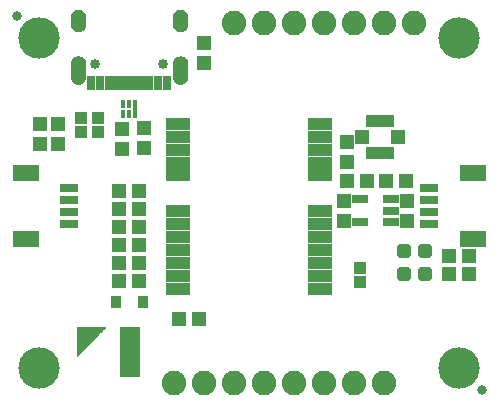
<source format=gts>
G75*
%MOIN*%
%OFA0B0*%
%FSLAX25Y25*%
%IPPOS*%
%LPD*%
%AMOC8*
5,1,8,0,0,1.08239X$1,22.5*
%
%ADD10C,0.13800*%
%ADD11C,0.03300*%
%ADD12R,0.08674X0.05524*%
%ADD13R,0.06115X0.03162*%
%ADD14R,0.05131X0.04737*%
%ADD15C,0.00197*%
%ADD16R,0.06693X0.16535*%
%ADD17R,0.04737X0.05131*%
%ADD18C,0.01990*%
%ADD19R,0.03280X0.04068*%
%ADD20R,0.09461X0.04146*%
%ADD21R,0.04934X0.04737*%
%ADD22R,0.05524X0.02965*%
%ADD23C,0.08200*%
%ADD24R,0.07887X0.03950*%
%ADD25R,0.01784X0.03202*%
%ADD26R,0.01784X0.03005*%
%ADD27R,0.01981X0.04800*%
%ADD28R,0.03162X0.04800*%
%ADD29R,0.02965X0.04800*%
%ADD30C,0.03359*%
%ADD31C,0.00039*%
%ADD32R,0.04343X0.04146*%
D10*
X0163333Y0085000D03*
X0303333Y0085000D03*
X0303333Y0194900D03*
X0163333Y0194900D03*
D11*
X0155833Y0202400D03*
X0310833Y0077500D03*
D12*
X0307802Y0127876D03*
X0307802Y0149924D03*
X0158865Y0149924D03*
X0158865Y0127876D03*
D13*
X0173333Y0132994D03*
X0173333Y0136931D03*
X0173333Y0140869D03*
X0173333Y0144806D03*
X0293333Y0144806D03*
X0293333Y0140869D03*
X0293333Y0136931D03*
X0293333Y0132994D03*
D14*
X0299987Y0122400D03*
X0306680Y0122400D03*
X0306680Y0116400D03*
X0299987Y0116400D03*
X0285680Y0147400D03*
X0278987Y0147400D03*
X0272680Y0147400D03*
X0265987Y0147400D03*
X0196680Y0143900D03*
X0189987Y0143900D03*
X0189987Y0137900D03*
X0196680Y0137900D03*
X0196680Y0131900D03*
X0189987Y0131900D03*
X0189987Y0125900D03*
X0196680Y0125900D03*
X0196680Y0119900D03*
X0189987Y0119900D03*
X0189987Y0113900D03*
X0196680Y0113900D03*
X0209987Y0101400D03*
X0216680Y0101400D03*
D15*
X0185231Y0098551D02*
X0175782Y0089102D01*
X0175782Y0098551D01*
X0185231Y0098551D01*
X0185123Y0098443D02*
X0175782Y0098443D01*
X0175782Y0098248D02*
X0184928Y0098248D01*
X0184732Y0098053D02*
X0175782Y0098053D01*
X0175782Y0097857D02*
X0184537Y0097857D01*
X0184342Y0097662D02*
X0175782Y0097662D01*
X0175782Y0097467D02*
X0184146Y0097467D01*
X0183951Y0097271D02*
X0175782Y0097271D01*
X0175782Y0097076D02*
X0183756Y0097076D01*
X0183560Y0096881D02*
X0175782Y0096881D01*
X0175782Y0096685D02*
X0183365Y0096685D01*
X0183170Y0096490D02*
X0175782Y0096490D01*
X0175782Y0096294D02*
X0182974Y0096294D01*
X0182779Y0096099D02*
X0175782Y0096099D01*
X0175782Y0095904D02*
X0182583Y0095904D01*
X0182388Y0095708D02*
X0175782Y0095708D01*
X0175782Y0095513D02*
X0182193Y0095513D01*
X0181997Y0095318D02*
X0175782Y0095318D01*
X0175782Y0095122D02*
X0181802Y0095122D01*
X0181607Y0094927D02*
X0175782Y0094927D01*
X0175782Y0094732D02*
X0181411Y0094732D01*
X0181216Y0094536D02*
X0175782Y0094536D01*
X0175782Y0094341D02*
X0181021Y0094341D01*
X0180825Y0094145D02*
X0175782Y0094145D01*
X0175782Y0093950D02*
X0180630Y0093950D01*
X0180435Y0093755D02*
X0175782Y0093755D01*
X0175782Y0093559D02*
X0180239Y0093559D01*
X0180044Y0093364D02*
X0175782Y0093364D01*
X0175782Y0093169D02*
X0179848Y0093169D01*
X0179653Y0092973D02*
X0175782Y0092973D01*
X0175782Y0092778D02*
X0179458Y0092778D01*
X0179262Y0092583D02*
X0175782Y0092583D01*
X0175782Y0092387D02*
X0179067Y0092387D01*
X0178872Y0092192D02*
X0175782Y0092192D01*
X0175782Y0091996D02*
X0178676Y0091996D01*
X0178481Y0091801D02*
X0175782Y0091801D01*
X0175782Y0091606D02*
X0178286Y0091606D01*
X0178090Y0091410D02*
X0175782Y0091410D01*
X0175782Y0091215D02*
X0177895Y0091215D01*
X0177699Y0091020D02*
X0175782Y0091020D01*
X0175782Y0090824D02*
X0177504Y0090824D01*
X0177309Y0090629D02*
X0175782Y0090629D01*
X0175782Y0090434D02*
X0177113Y0090434D01*
X0176918Y0090238D02*
X0175782Y0090238D01*
X0175782Y0090043D02*
X0176723Y0090043D01*
X0176527Y0089847D02*
X0175782Y0089847D01*
X0175782Y0089652D02*
X0176332Y0089652D01*
X0176137Y0089457D02*
X0175782Y0089457D01*
X0175782Y0089261D02*
X0175941Y0089261D01*
D16*
X0193617Y0090362D03*
D17*
X0264833Y0134054D03*
X0264833Y0140746D03*
X0265833Y0153554D03*
X0265833Y0160246D03*
X0285833Y0140746D03*
X0285833Y0134054D03*
X0218333Y0186554D03*
X0218333Y0193246D03*
X0198133Y0164946D03*
X0198133Y0158254D03*
X0190933Y0158054D03*
X0190933Y0164746D03*
X0169433Y0166246D03*
X0163533Y0166246D03*
X0163533Y0159554D03*
X0169433Y0159554D03*
D18*
X0286254Y0125273D02*
X0286254Y0122527D01*
X0283508Y0122527D01*
X0283508Y0125273D01*
X0286254Y0125273D01*
X0286254Y0124417D02*
X0283508Y0124417D01*
X0293159Y0125273D02*
X0293159Y0122527D01*
X0290413Y0122527D01*
X0290413Y0125273D01*
X0293159Y0125273D01*
X0293159Y0124417D02*
X0290413Y0124417D01*
X0293159Y0117773D02*
X0293159Y0115027D01*
X0290413Y0115027D01*
X0290413Y0117773D01*
X0293159Y0117773D01*
X0293159Y0116917D02*
X0290413Y0116917D01*
X0286254Y0117773D02*
X0286254Y0115027D01*
X0283508Y0115027D01*
X0283508Y0117773D01*
X0286254Y0117773D01*
X0286254Y0116917D02*
X0283508Y0116917D01*
D19*
X0197861Y0106900D03*
X0188806Y0106900D03*
D20*
X0276833Y0156487D03*
X0276833Y0167313D03*
D21*
X0270829Y0161900D03*
X0282837Y0161900D03*
D22*
X0280452Y0141140D03*
X0280452Y0137400D03*
X0280452Y0133660D03*
X0270215Y0133660D03*
X0270215Y0141140D03*
D23*
X0268333Y0199900D03*
X0258333Y0199900D03*
X0248333Y0199900D03*
X0238333Y0199900D03*
X0228333Y0199900D03*
X0278333Y0199900D03*
X0288333Y0199900D03*
X0278333Y0080000D03*
X0268333Y0080000D03*
X0258333Y0080000D03*
X0248333Y0080000D03*
X0238333Y0080000D03*
X0228333Y0080000D03*
X0218333Y0080000D03*
X0208333Y0080000D03*
D24*
X0209711Y0111341D03*
X0209711Y0115672D03*
X0209711Y0120002D03*
X0209711Y0124333D03*
X0209711Y0128664D03*
X0209711Y0132994D03*
X0209711Y0137325D03*
X0209711Y0149136D03*
X0209711Y0153467D03*
X0209711Y0157798D03*
X0209711Y0162128D03*
X0209711Y0166459D03*
X0256955Y0166459D03*
X0256955Y0162128D03*
X0256955Y0157798D03*
X0256955Y0153467D03*
X0256955Y0149136D03*
X0256955Y0137325D03*
X0256955Y0132994D03*
X0256955Y0128664D03*
X0256955Y0124333D03*
X0256955Y0120002D03*
X0256955Y0115672D03*
X0256955Y0111341D03*
D25*
X0195202Y0172794D03*
D26*
X0193233Y0172893D03*
X0191265Y0172893D03*
X0191265Y0169507D03*
X0193233Y0169507D03*
X0195202Y0169507D03*
D27*
X0196186Y0180094D03*
X0194218Y0180094D03*
X0192249Y0180094D03*
X0190281Y0180094D03*
X0188312Y0180094D03*
X0186344Y0180094D03*
X0198155Y0180094D03*
X0200123Y0180094D03*
D28*
X0205930Y0180094D03*
X0180536Y0180094D03*
D29*
X0183588Y0180094D03*
X0202879Y0180094D03*
D30*
X0204611Y0186389D03*
X0181855Y0186389D03*
D31*
X0178588Y0186371D02*
X0173863Y0186371D01*
X0173863Y0186333D02*
X0178588Y0186333D01*
X0178588Y0186296D02*
X0173863Y0186296D01*
X0173863Y0186258D02*
X0178588Y0186258D01*
X0178588Y0186220D02*
X0173863Y0186220D01*
X0173863Y0186182D02*
X0178588Y0186182D01*
X0178588Y0186144D02*
X0173863Y0186144D01*
X0173863Y0186106D02*
X0178588Y0186106D01*
X0178588Y0186068D02*
X0173863Y0186068D01*
X0173863Y0186030D02*
X0178588Y0186030D01*
X0178588Y0185992D02*
X0173863Y0185992D01*
X0173863Y0185955D02*
X0178588Y0185955D01*
X0178588Y0185917D02*
X0173863Y0185917D01*
X0173863Y0185879D02*
X0178588Y0185879D01*
X0178588Y0185841D02*
X0173863Y0185841D01*
X0173863Y0185803D02*
X0178588Y0185803D01*
X0178588Y0185765D02*
X0173863Y0185765D01*
X0173863Y0185727D02*
X0178588Y0185727D01*
X0178588Y0185689D02*
X0173863Y0185689D01*
X0173863Y0185652D02*
X0178588Y0185652D01*
X0178588Y0185614D02*
X0173863Y0185614D01*
X0173863Y0185576D02*
X0178588Y0185576D01*
X0178588Y0185538D02*
X0173863Y0185538D01*
X0173863Y0185500D02*
X0178588Y0185500D01*
X0178588Y0185462D02*
X0173863Y0185462D01*
X0173863Y0185424D02*
X0178588Y0185424D01*
X0178588Y0185386D02*
X0173863Y0185386D01*
X0173863Y0185349D02*
X0178588Y0185349D01*
X0178588Y0185311D02*
X0173863Y0185311D01*
X0173863Y0185273D02*
X0178588Y0185273D01*
X0178588Y0185235D02*
X0173863Y0185235D01*
X0173863Y0185197D02*
X0178588Y0185197D01*
X0178588Y0185159D02*
X0173863Y0185159D01*
X0173863Y0185121D02*
X0178588Y0185121D01*
X0178588Y0185083D02*
X0173863Y0185083D01*
X0173863Y0185045D02*
X0178588Y0185045D01*
X0178588Y0185008D02*
X0173863Y0185008D01*
X0173863Y0184970D02*
X0178588Y0184970D01*
X0178588Y0184932D02*
X0173863Y0184932D01*
X0173863Y0184894D02*
X0178588Y0184894D01*
X0178588Y0184856D02*
X0173863Y0184856D01*
X0173863Y0184818D02*
X0178588Y0184818D01*
X0178588Y0184780D02*
X0173863Y0184780D01*
X0173863Y0184742D02*
X0178588Y0184742D01*
X0178588Y0184705D02*
X0173863Y0184705D01*
X0173863Y0184667D02*
X0178588Y0184667D01*
X0178588Y0184629D02*
X0173863Y0184629D01*
X0173863Y0184591D02*
X0178588Y0184591D01*
X0178588Y0184553D02*
X0173863Y0184553D01*
X0173863Y0184515D02*
X0178588Y0184515D01*
X0178588Y0184477D02*
X0173863Y0184477D01*
X0173863Y0184439D02*
X0178588Y0184439D01*
X0178588Y0184401D02*
X0173863Y0184401D01*
X0173863Y0184364D02*
X0178588Y0184364D01*
X0178588Y0184326D02*
X0173863Y0184326D01*
X0173863Y0184288D02*
X0178588Y0184288D01*
X0178588Y0184250D02*
X0173863Y0184250D01*
X0173863Y0184212D02*
X0178588Y0184212D01*
X0178588Y0184174D02*
X0173863Y0184174D01*
X0173863Y0184136D02*
X0178588Y0184136D01*
X0178588Y0184098D02*
X0173863Y0184098D01*
X0173863Y0184061D02*
X0178588Y0184061D01*
X0178588Y0184023D02*
X0173863Y0184023D01*
X0173863Y0183985D02*
X0178588Y0183985D01*
X0178588Y0183947D02*
X0173863Y0183947D01*
X0173863Y0183909D02*
X0178588Y0183909D01*
X0178588Y0183871D02*
X0173863Y0183871D01*
X0173863Y0183833D02*
X0178588Y0183833D01*
X0178588Y0183795D02*
X0173863Y0183795D01*
X0173863Y0183757D02*
X0178588Y0183757D01*
X0178588Y0183720D02*
X0173863Y0183720D01*
X0173863Y0183682D02*
X0178588Y0183682D01*
X0178588Y0183644D02*
X0173863Y0183644D01*
X0173863Y0183606D02*
X0178588Y0183606D01*
X0178588Y0183568D02*
X0173863Y0183568D01*
X0173863Y0183530D02*
X0178588Y0183530D01*
X0178588Y0183492D02*
X0173863Y0183492D01*
X0173863Y0183454D02*
X0178588Y0183454D01*
X0178588Y0183417D02*
X0173863Y0183417D01*
X0173863Y0183379D02*
X0178588Y0183379D01*
X0178588Y0183341D02*
X0173863Y0183341D01*
X0173863Y0183303D02*
X0178588Y0183303D01*
X0178588Y0183265D02*
X0173863Y0183265D01*
X0173863Y0183227D02*
X0178588Y0183227D01*
X0178588Y0183189D02*
X0173863Y0183189D01*
X0173863Y0183151D02*
X0178588Y0183151D01*
X0178588Y0183114D02*
X0173863Y0183114D01*
X0173863Y0183076D02*
X0178588Y0183076D01*
X0178588Y0183038D02*
X0173863Y0183038D01*
X0173863Y0183000D02*
X0178588Y0183000D01*
X0178588Y0182962D02*
X0173863Y0182962D01*
X0173863Y0182924D02*
X0178588Y0182924D01*
X0178588Y0182886D02*
X0173863Y0182886D01*
X0173863Y0182848D02*
X0178588Y0182848D01*
X0178588Y0182810D02*
X0173863Y0182810D01*
X0173863Y0182773D02*
X0178588Y0182773D01*
X0178588Y0182735D02*
X0173863Y0182735D01*
X0173863Y0182697D02*
X0178588Y0182697D01*
X0178588Y0182659D02*
X0173863Y0182659D01*
X0173863Y0182621D02*
X0178588Y0182621D01*
X0178588Y0182583D02*
X0173863Y0182583D01*
X0173863Y0182545D02*
X0178588Y0182545D01*
X0178588Y0182507D02*
X0173863Y0182507D01*
X0173863Y0182470D02*
X0178588Y0182470D01*
X0178588Y0182432D02*
X0173863Y0182432D01*
X0173863Y0182394D02*
X0178588Y0182394D01*
X0178588Y0182356D02*
X0173863Y0182356D01*
X0173863Y0182318D02*
X0178588Y0182318D01*
X0178588Y0182280D02*
X0173863Y0182280D01*
X0173863Y0182242D02*
X0178588Y0182242D01*
X0178588Y0182204D02*
X0173863Y0182204D01*
X0173863Y0182166D02*
X0178588Y0182166D01*
X0178588Y0182129D02*
X0173863Y0182129D01*
X0173863Y0182091D02*
X0178588Y0182091D01*
X0178588Y0182053D02*
X0173863Y0182053D01*
X0173863Y0182015D02*
X0178588Y0182015D01*
X0178588Y0181977D02*
X0173863Y0181977D01*
X0173863Y0181960D02*
X0173863Y0186684D01*
X0173944Y0187183D01*
X0174133Y0187651D01*
X0174422Y0188066D01*
X0174797Y0188406D01*
X0175237Y0188654D01*
X0175721Y0188798D01*
X0176225Y0188830D01*
X0176730Y0188798D01*
X0177214Y0188654D01*
X0177654Y0188406D01*
X0178028Y0188066D01*
X0178317Y0187651D01*
X0178507Y0187183D01*
X0178588Y0186684D01*
X0178588Y0181960D01*
X0178527Y0181518D01*
X0178381Y0181097D01*
X0178155Y0180712D01*
X0177859Y0180378D01*
X0177504Y0180109D01*
X0177102Y0179914D01*
X0176671Y0179801D01*
X0176225Y0179775D01*
X0175780Y0179801D01*
X0175349Y0179914D01*
X0174947Y0180109D01*
X0174592Y0180378D01*
X0174296Y0180712D01*
X0174070Y0181097D01*
X0173924Y0181518D01*
X0173863Y0181960D01*
X0173866Y0181939D02*
X0178585Y0181939D01*
X0178580Y0181901D02*
X0173871Y0181901D01*
X0173877Y0181863D02*
X0178574Y0181863D01*
X0178569Y0181826D02*
X0173882Y0181826D01*
X0173887Y0181788D02*
X0178564Y0181788D01*
X0178559Y0181750D02*
X0173892Y0181750D01*
X0173897Y0181712D02*
X0178553Y0181712D01*
X0178548Y0181674D02*
X0173903Y0181674D01*
X0173908Y0181636D02*
X0178543Y0181636D01*
X0178538Y0181598D02*
X0173913Y0181598D01*
X0173918Y0181560D02*
X0178533Y0181560D01*
X0178527Y0181522D02*
X0173924Y0181522D01*
X0173936Y0181485D02*
X0178515Y0181485D01*
X0178502Y0181447D02*
X0173949Y0181447D01*
X0173962Y0181409D02*
X0178489Y0181409D01*
X0178476Y0181371D02*
X0173975Y0181371D01*
X0173988Y0181333D02*
X0178463Y0181333D01*
X0178450Y0181295D02*
X0174001Y0181295D01*
X0174015Y0181257D02*
X0178436Y0181257D01*
X0178423Y0181219D02*
X0174028Y0181219D01*
X0174041Y0181182D02*
X0178410Y0181182D01*
X0178397Y0181144D02*
X0174054Y0181144D01*
X0174067Y0181106D02*
X0178384Y0181106D01*
X0178364Y0181068D02*
X0174087Y0181068D01*
X0174109Y0181030D02*
X0178342Y0181030D01*
X0178320Y0180992D02*
X0174131Y0180992D01*
X0174154Y0180954D02*
X0178297Y0180954D01*
X0178275Y0180916D02*
X0174176Y0180916D01*
X0174198Y0180879D02*
X0178253Y0180879D01*
X0178231Y0180841D02*
X0174220Y0180841D01*
X0174242Y0180803D02*
X0178209Y0180803D01*
X0178186Y0180765D02*
X0174264Y0180765D01*
X0174287Y0180727D02*
X0178164Y0180727D01*
X0178135Y0180689D02*
X0174316Y0180689D01*
X0174349Y0180651D02*
X0178102Y0180651D01*
X0178068Y0180613D02*
X0174383Y0180613D01*
X0174417Y0180575D02*
X0178034Y0180575D01*
X0178001Y0180538D02*
X0174450Y0180538D01*
X0174484Y0180500D02*
X0177967Y0180500D01*
X0177933Y0180462D02*
X0174517Y0180462D01*
X0174551Y0180424D02*
X0177900Y0180424D01*
X0177866Y0180386D02*
X0174585Y0180386D01*
X0174631Y0180348D02*
X0177820Y0180348D01*
X0177770Y0180310D02*
X0174681Y0180310D01*
X0174731Y0180272D02*
X0177720Y0180272D01*
X0177670Y0180235D02*
X0174781Y0180235D01*
X0174831Y0180197D02*
X0177620Y0180197D01*
X0177570Y0180159D02*
X0174881Y0180159D01*
X0174931Y0180121D02*
X0177520Y0180121D01*
X0177450Y0180083D02*
X0175000Y0180083D01*
X0175078Y0180045D02*
X0177372Y0180045D01*
X0177294Y0180007D02*
X0175157Y0180007D01*
X0175235Y0179969D02*
X0177216Y0179969D01*
X0177138Y0179931D02*
X0175313Y0179931D01*
X0175427Y0179894D02*
X0177024Y0179894D01*
X0176879Y0179856D02*
X0175572Y0179856D01*
X0175717Y0179818D02*
X0176734Y0179818D01*
X0176312Y0179780D02*
X0176139Y0179780D01*
X0173863Y0186409D02*
X0178588Y0186409D01*
X0178588Y0186447D02*
X0173863Y0186447D01*
X0173863Y0186485D02*
X0178588Y0186485D01*
X0178588Y0186523D02*
X0173863Y0186523D01*
X0173863Y0186561D02*
X0178588Y0186561D01*
X0178588Y0186599D02*
X0173863Y0186599D01*
X0173863Y0186636D02*
X0178588Y0186636D01*
X0178588Y0186674D02*
X0173863Y0186674D01*
X0173868Y0186712D02*
X0178583Y0186712D01*
X0178577Y0186750D02*
X0173874Y0186750D01*
X0173880Y0186788D02*
X0178571Y0186788D01*
X0178565Y0186826D02*
X0173886Y0186826D01*
X0173892Y0186864D02*
X0178559Y0186864D01*
X0178553Y0186902D02*
X0173898Y0186902D01*
X0173904Y0186940D02*
X0178546Y0186940D01*
X0178540Y0186977D02*
X0173911Y0186977D01*
X0173917Y0187015D02*
X0178534Y0187015D01*
X0178528Y0187053D02*
X0173923Y0187053D01*
X0173929Y0187091D02*
X0178522Y0187091D01*
X0178516Y0187129D02*
X0173935Y0187129D01*
X0173941Y0187167D02*
X0178510Y0187167D01*
X0178498Y0187205D02*
X0173953Y0187205D01*
X0173968Y0187243D02*
X0178483Y0187243D01*
X0178468Y0187280D02*
X0173983Y0187280D01*
X0173999Y0187318D02*
X0178452Y0187318D01*
X0178437Y0187356D02*
X0174014Y0187356D01*
X0174029Y0187394D02*
X0178422Y0187394D01*
X0178406Y0187432D02*
X0174045Y0187432D01*
X0174060Y0187470D02*
X0178391Y0187470D01*
X0178376Y0187508D02*
X0174075Y0187508D01*
X0174091Y0187546D02*
X0178360Y0187546D01*
X0178345Y0187584D02*
X0174106Y0187584D01*
X0174121Y0187621D02*
X0178330Y0187621D01*
X0178312Y0187659D02*
X0174139Y0187659D01*
X0174165Y0187697D02*
X0178286Y0187697D01*
X0178259Y0187735D02*
X0174192Y0187735D01*
X0174218Y0187773D02*
X0178233Y0187773D01*
X0178206Y0187811D02*
X0174245Y0187811D01*
X0174271Y0187849D02*
X0178180Y0187849D01*
X0178154Y0187887D02*
X0174297Y0187887D01*
X0174324Y0187924D02*
X0178127Y0187924D01*
X0178101Y0187962D02*
X0174350Y0187962D01*
X0174377Y0188000D02*
X0178074Y0188000D01*
X0178048Y0188038D02*
X0174403Y0188038D01*
X0174434Y0188076D02*
X0178017Y0188076D01*
X0177976Y0188114D02*
X0174475Y0188114D01*
X0174517Y0188152D02*
X0177934Y0188152D01*
X0177892Y0188190D02*
X0174559Y0188190D01*
X0174600Y0188227D02*
X0177851Y0188227D01*
X0177809Y0188265D02*
X0174642Y0188265D01*
X0174684Y0188303D02*
X0177767Y0188303D01*
X0177725Y0188341D02*
X0174725Y0188341D01*
X0174767Y0188379D02*
X0177684Y0188379D01*
X0177634Y0188417D02*
X0174816Y0188417D01*
X0174884Y0188455D02*
X0177567Y0188455D01*
X0177500Y0188493D02*
X0174951Y0188493D01*
X0175018Y0188531D02*
X0177433Y0188531D01*
X0177365Y0188568D02*
X0175085Y0188568D01*
X0175153Y0188606D02*
X0177298Y0188606D01*
X0177231Y0188644D02*
X0175220Y0188644D01*
X0175332Y0188682D02*
X0177119Y0188682D01*
X0176991Y0188720D02*
X0175460Y0188720D01*
X0175588Y0188758D02*
X0176863Y0188758D01*
X0176736Y0188796D02*
X0175715Y0188796D01*
X0176225Y0197216D02*
X0175763Y0197263D01*
X0175318Y0197400D01*
X0174909Y0197621D01*
X0174551Y0197917D01*
X0174258Y0198278D01*
X0174040Y0198689D01*
X0173907Y0199135D01*
X0173863Y0199598D01*
X0173863Y0201960D01*
X0173910Y0202419D01*
X0174046Y0202859D01*
X0174265Y0203265D01*
X0174559Y0203620D01*
X0174917Y0203911D01*
X0175324Y0204127D01*
X0175766Y0204259D01*
X0176225Y0204302D01*
X0176749Y0204246D01*
X0177247Y0204074D01*
X0177694Y0203795D01*
X0178068Y0203424D01*
X0178350Y0202980D01*
X0178526Y0202483D01*
X0178588Y0201960D01*
X0178588Y0199598D01*
X0178530Y0199070D01*
X0178357Y0198567D01*
X0178076Y0198117D01*
X0177702Y0197739D01*
X0177254Y0197455D01*
X0176753Y0197277D01*
X0176225Y0197216D01*
X0176461Y0197243D02*
X0175957Y0197243D01*
X0175705Y0197281D02*
X0176764Y0197281D01*
X0176870Y0197319D02*
X0175582Y0197319D01*
X0175459Y0197357D02*
X0176977Y0197357D01*
X0177084Y0197395D02*
X0175336Y0197395D01*
X0175258Y0197433D02*
X0177191Y0197433D01*
X0177278Y0197471D02*
X0175188Y0197471D01*
X0175118Y0197508D02*
X0177338Y0197508D01*
X0177398Y0197546D02*
X0175048Y0197546D01*
X0174977Y0197584D02*
X0177458Y0197584D01*
X0177517Y0197622D02*
X0174908Y0197622D01*
X0174862Y0197660D02*
X0177577Y0197660D01*
X0177637Y0197698D02*
X0174816Y0197698D01*
X0174771Y0197736D02*
X0177696Y0197736D01*
X0177736Y0197774D02*
X0174725Y0197774D01*
X0174679Y0197811D02*
X0177774Y0197811D01*
X0177811Y0197849D02*
X0174633Y0197849D01*
X0174588Y0197887D02*
X0177849Y0197887D01*
X0177886Y0197925D02*
X0174545Y0197925D01*
X0174514Y0197963D02*
X0177924Y0197963D01*
X0177962Y0198001D02*
X0174483Y0198001D01*
X0174452Y0198039D02*
X0177999Y0198039D01*
X0178037Y0198077D02*
X0174422Y0198077D01*
X0174391Y0198115D02*
X0178074Y0198115D01*
X0178099Y0198152D02*
X0174360Y0198152D01*
X0174329Y0198190D02*
X0178122Y0198190D01*
X0178146Y0198228D02*
X0174298Y0198228D01*
X0174267Y0198266D02*
X0178169Y0198266D01*
X0178193Y0198304D02*
X0174244Y0198304D01*
X0174224Y0198342D02*
X0178217Y0198342D01*
X0178240Y0198380D02*
X0174204Y0198380D01*
X0174184Y0198418D02*
X0178264Y0198418D01*
X0178287Y0198455D02*
X0174164Y0198455D01*
X0174144Y0198493D02*
X0178311Y0198493D01*
X0178334Y0198531D02*
X0174124Y0198531D01*
X0174104Y0198569D02*
X0178358Y0198569D01*
X0178371Y0198607D02*
X0174084Y0198607D01*
X0174063Y0198645D02*
X0178384Y0198645D01*
X0178397Y0198683D02*
X0174043Y0198683D01*
X0174031Y0198721D02*
X0178410Y0198721D01*
X0178423Y0198759D02*
X0174019Y0198759D01*
X0174008Y0198796D02*
X0178436Y0198796D01*
X0178449Y0198834D02*
X0173997Y0198834D01*
X0173985Y0198872D02*
X0178462Y0198872D01*
X0178475Y0198910D02*
X0173974Y0198910D01*
X0173963Y0198948D02*
X0178488Y0198948D01*
X0178501Y0198986D02*
X0173951Y0198986D01*
X0173940Y0199024D02*
X0178515Y0199024D01*
X0178528Y0199062D02*
X0173929Y0199062D01*
X0173917Y0199099D02*
X0178534Y0199099D01*
X0178538Y0199137D02*
X0173907Y0199137D01*
X0173903Y0199175D02*
X0178542Y0199175D01*
X0178546Y0199213D02*
X0173900Y0199213D01*
X0173896Y0199251D02*
X0178550Y0199251D01*
X0178554Y0199289D02*
X0173892Y0199289D01*
X0173889Y0199327D02*
X0178558Y0199327D01*
X0178562Y0199365D02*
X0173885Y0199365D01*
X0173882Y0199403D02*
X0178566Y0199403D01*
X0178571Y0199440D02*
X0173878Y0199440D01*
X0173875Y0199478D02*
X0178575Y0199478D01*
X0178579Y0199516D02*
X0173871Y0199516D01*
X0173867Y0199554D02*
X0178583Y0199554D01*
X0178587Y0199592D02*
X0173864Y0199592D01*
X0173863Y0199630D02*
X0178588Y0199630D01*
X0178588Y0199668D02*
X0173863Y0199668D01*
X0173863Y0199706D02*
X0178588Y0199706D01*
X0178588Y0199743D02*
X0173863Y0199743D01*
X0173863Y0199781D02*
X0178588Y0199781D01*
X0178588Y0199819D02*
X0173863Y0199819D01*
X0173863Y0199857D02*
X0178588Y0199857D01*
X0178588Y0199895D02*
X0173863Y0199895D01*
X0173863Y0199933D02*
X0178588Y0199933D01*
X0178588Y0199971D02*
X0173863Y0199971D01*
X0173863Y0200009D02*
X0178588Y0200009D01*
X0178588Y0200046D02*
X0173863Y0200046D01*
X0173863Y0200084D02*
X0178588Y0200084D01*
X0178588Y0200122D02*
X0173863Y0200122D01*
X0173863Y0200160D02*
X0178588Y0200160D01*
X0178588Y0200198D02*
X0173863Y0200198D01*
X0173863Y0200236D02*
X0178588Y0200236D01*
X0178588Y0200274D02*
X0173863Y0200274D01*
X0173863Y0200312D02*
X0178588Y0200312D01*
X0178588Y0200350D02*
X0173863Y0200350D01*
X0173863Y0200387D02*
X0178588Y0200387D01*
X0178588Y0200425D02*
X0173863Y0200425D01*
X0173863Y0200463D02*
X0178588Y0200463D01*
X0178588Y0200501D02*
X0173863Y0200501D01*
X0173863Y0200539D02*
X0178588Y0200539D01*
X0178588Y0200577D02*
X0173863Y0200577D01*
X0173863Y0200615D02*
X0178588Y0200615D01*
X0178588Y0200653D02*
X0173863Y0200653D01*
X0173863Y0200690D02*
X0178588Y0200690D01*
X0178588Y0200728D02*
X0173863Y0200728D01*
X0173863Y0200766D02*
X0178588Y0200766D01*
X0178588Y0200804D02*
X0173863Y0200804D01*
X0173863Y0200842D02*
X0178588Y0200842D01*
X0178588Y0200880D02*
X0173863Y0200880D01*
X0173863Y0200918D02*
X0178588Y0200918D01*
X0178588Y0200956D02*
X0173863Y0200956D01*
X0173863Y0200994D02*
X0178588Y0200994D01*
X0178588Y0201031D02*
X0173863Y0201031D01*
X0173863Y0201069D02*
X0178588Y0201069D01*
X0178588Y0201107D02*
X0173863Y0201107D01*
X0173863Y0201145D02*
X0178588Y0201145D01*
X0178588Y0201183D02*
X0173863Y0201183D01*
X0173863Y0201221D02*
X0178588Y0201221D01*
X0178588Y0201259D02*
X0173863Y0201259D01*
X0173863Y0201297D02*
X0178588Y0201297D01*
X0178588Y0201334D02*
X0173863Y0201334D01*
X0173863Y0201372D02*
X0178588Y0201372D01*
X0178588Y0201410D02*
X0173863Y0201410D01*
X0173863Y0201448D02*
X0178588Y0201448D01*
X0178588Y0201486D02*
X0173863Y0201486D01*
X0173863Y0201524D02*
X0178588Y0201524D01*
X0178588Y0201562D02*
X0173863Y0201562D01*
X0173863Y0201600D02*
X0178588Y0201600D01*
X0178588Y0201638D02*
X0173863Y0201638D01*
X0173863Y0201675D02*
X0178588Y0201675D01*
X0178588Y0201713D02*
X0173863Y0201713D01*
X0173863Y0201751D02*
X0178588Y0201751D01*
X0178588Y0201789D02*
X0173863Y0201789D01*
X0173863Y0201827D02*
X0178588Y0201827D01*
X0178588Y0201865D02*
X0173863Y0201865D01*
X0173863Y0201903D02*
X0178588Y0201903D01*
X0178588Y0201941D02*
X0173863Y0201941D01*
X0173865Y0201978D02*
X0178585Y0201978D01*
X0178581Y0202016D02*
X0173869Y0202016D01*
X0173873Y0202054D02*
X0178577Y0202054D01*
X0178572Y0202092D02*
X0173877Y0202092D01*
X0173881Y0202130D02*
X0178568Y0202130D01*
X0178563Y0202168D02*
X0173885Y0202168D01*
X0173888Y0202206D02*
X0178559Y0202206D01*
X0178554Y0202244D02*
X0173892Y0202244D01*
X0173896Y0202281D02*
X0178550Y0202281D01*
X0178546Y0202319D02*
X0173900Y0202319D01*
X0173904Y0202357D02*
X0178541Y0202357D01*
X0178537Y0202395D02*
X0173908Y0202395D01*
X0173915Y0202433D02*
X0178532Y0202433D01*
X0178528Y0202471D02*
X0173926Y0202471D01*
X0173938Y0202509D02*
X0178517Y0202509D01*
X0178504Y0202547D02*
X0173950Y0202547D01*
X0173961Y0202585D02*
X0178490Y0202585D01*
X0178477Y0202622D02*
X0173973Y0202622D01*
X0173985Y0202660D02*
X0178464Y0202660D01*
X0178450Y0202698D02*
X0173996Y0202698D01*
X0174008Y0202736D02*
X0178437Y0202736D01*
X0178423Y0202774D02*
X0174020Y0202774D01*
X0174031Y0202812D02*
X0178410Y0202812D01*
X0178396Y0202850D02*
X0174043Y0202850D01*
X0174061Y0202888D02*
X0178383Y0202888D01*
X0178370Y0202925D02*
X0174082Y0202925D01*
X0174102Y0202963D02*
X0178356Y0202963D01*
X0178337Y0203001D02*
X0174123Y0203001D01*
X0174143Y0203039D02*
X0178313Y0203039D01*
X0178289Y0203077D02*
X0174164Y0203077D01*
X0174184Y0203115D02*
X0178265Y0203115D01*
X0178241Y0203153D02*
X0174205Y0203153D01*
X0174225Y0203191D02*
X0178217Y0203191D01*
X0178193Y0203229D02*
X0174245Y0203229D01*
X0174266Y0203266D02*
X0178168Y0203266D01*
X0178144Y0203304D02*
X0174298Y0203304D01*
X0174329Y0203342D02*
X0178120Y0203342D01*
X0178096Y0203380D02*
X0174360Y0203380D01*
X0174392Y0203418D02*
X0178072Y0203418D01*
X0178037Y0203456D02*
X0174423Y0203456D01*
X0174454Y0203494D02*
X0177998Y0203494D01*
X0177960Y0203532D02*
X0174486Y0203532D01*
X0174517Y0203569D02*
X0177922Y0203569D01*
X0177884Y0203607D02*
X0174548Y0203607D01*
X0174590Y0203645D02*
X0177846Y0203645D01*
X0177807Y0203683D02*
X0174636Y0203683D01*
X0174683Y0203721D02*
X0177769Y0203721D01*
X0177731Y0203759D02*
X0174729Y0203759D01*
X0174776Y0203797D02*
X0177692Y0203797D01*
X0177631Y0203835D02*
X0174823Y0203835D01*
X0174869Y0203873D02*
X0177570Y0203873D01*
X0177509Y0203910D02*
X0174916Y0203910D01*
X0174987Y0203948D02*
X0177449Y0203948D01*
X0177388Y0203986D02*
X0175058Y0203986D01*
X0175130Y0204024D02*
X0177327Y0204024D01*
X0177266Y0204062D02*
X0175201Y0204062D01*
X0175273Y0204100D02*
X0177171Y0204100D01*
X0177062Y0204138D02*
X0175360Y0204138D01*
X0175487Y0204176D02*
X0176952Y0204176D01*
X0176842Y0204213D02*
X0175614Y0204213D01*
X0175740Y0204251D02*
X0176696Y0204251D01*
X0176347Y0204289D02*
X0176086Y0204289D01*
X0207879Y0201960D02*
X0207879Y0199598D01*
X0207923Y0199135D01*
X0208056Y0198689D01*
X0208273Y0198278D01*
X0208567Y0197917D01*
X0208925Y0197621D01*
X0209334Y0197400D01*
X0209779Y0197263D01*
X0210241Y0197216D01*
X0210769Y0197277D01*
X0211269Y0197455D01*
X0211718Y0197739D01*
X0212092Y0198117D01*
X0212373Y0198567D01*
X0212546Y0199070D01*
X0212603Y0199598D01*
X0212603Y0201960D01*
X0212542Y0202483D01*
X0212366Y0202980D01*
X0212084Y0203424D01*
X0211710Y0203795D01*
X0211263Y0204074D01*
X0210765Y0204246D01*
X0210241Y0204302D01*
X0209782Y0204259D01*
X0209340Y0204127D01*
X0208933Y0203911D01*
X0208575Y0203620D01*
X0208281Y0203265D01*
X0208062Y0202859D01*
X0207926Y0202419D01*
X0207879Y0201960D01*
X0207881Y0201978D02*
X0212601Y0201978D01*
X0212603Y0201941D02*
X0207879Y0201941D01*
X0207879Y0201903D02*
X0212603Y0201903D01*
X0212603Y0201865D02*
X0207879Y0201865D01*
X0207879Y0201827D02*
X0212603Y0201827D01*
X0212603Y0201789D02*
X0207879Y0201789D01*
X0207879Y0201751D02*
X0212603Y0201751D01*
X0212603Y0201713D02*
X0207879Y0201713D01*
X0207879Y0201675D02*
X0212603Y0201675D01*
X0212603Y0201638D02*
X0207879Y0201638D01*
X0207879Y0201600D02*
X0212603Y0201600D01*
X0212603Y0201562D02*
X0207879Y0201562D01*
X0207879Y0201524D02*
X0212603Y0201524D01*
X0212603Y0201486D02*
X0207879Y0201486D01*
X0207879Y0201448D02*
X0212603Y0201448D01*
X0212603Y0201410D02*
X0207879Y0201410D01*
X0207879Y0201372D02*
X0212603Y0201372D01*
X0212603Y0201334D02*
X0207879Y0201334D01*
X0207879Y0201297D02*
X0212603Y0201297D01*
X0212603Y0201259D02*
X0207879Y0201259D01*
X0207879Y0201221D02*
X0212603Y0201221D01*
X0212603Y0201183D02*
X0207879Y0201183D01*
X0207879Y0201145D02*
X0212603Y0201145D01*
X0212603Y0201107D02*
X0207879Y0201107D01*
X0207879Y0201069D02*
X0212603Y0201069D01*
X0212603Y0201031D02*
X0207879Y0201031D01*
X0207879Y0200994D02*
X0212603Y0200994D01*
X0212603Y0200956D02*
X0207879Y0200956D01*
X0207879Y0200918D02*
X0212603Y0200918D01*
X0212603Y0200880D02*
X0207879Y0200880D01*
X0207879Y0200842D02*
X0212603Y0200842D01*
X0212603Y0200804D02*
X0207879Y0200804D01*
X0207879Y0200766D02*
X0212603Y0200766D01*
X0212603Y0200728D02*
X0207879Y0200728D01*
X0207879Y0200690D02*
X0212603Y0200690D01*
X0212603Y0200653D02*
X0207879Y0200653D01*
X0207879Y0200615D02*
X0212603Y0200615D01*
X0212603Y0200577D02*
X0207879Y0200577D01*
X0207879Y0200539D02*
X0212603Y0200539D01*
X0212603Y0200501D02*
X0207879Y0200501D01*
X0207879Y0200463D02*
X0212603Y0200463D01*
X0212603Y0200425D02*
X0207879Y0200425D01*
X0207879Y0200387D02*
X0212603Y0200387D01*
X0212603Y0200350D02*
X0207879Y0200350D01*
X0207879Y0200312D02*
X0212603Y0200312D01*
X0212603Y0200274D02*
X0207879Y0200274D01*
X0207879Y0200236D02*
X0212603Y0200236D01*
X0212603Y0200198D02*
X0207879Y0200198D01*
X0207879Y0200160D02*
X0212603Y0200160D01*
X0212603Y0200122D02*
X0207879Y0200122D01*
X0207879Y0200084D02*
X0212603Y0200084D01*
X0212603Y0200046D02*
X0207879Y0200046D01*
X0207879Y0200009D02*
X0212603Y0200009D01*
X0212603Y0199971D02*
X0207879Y0199971D01*
X0207879Y0199933D02*
X0212603Y0199933D01*
X0212603Y0199895D02*
X0207879Y0199895D01*
X0207879Y0199857D02*
X0212603Y0199857D01*
X0212603Y0199819D02*
X0207879Y0199819D01*
X0207879Y0199781D02*
X0212603Y0199781D01*
X0212603Y0199743D02*
X0207879Y0199743D01*
X0207879Y0199706D02*
X0212603Y0199706D01*
X0212603Y0199668D02*
X0207879Y0199668D01*
X0207879Y0199630D02*
X0212603Y0199630D01*
X0212603Y0199592D02*
X0207880Y0199592D01*
X0207883Y0199554D02*
X0212599Y0199554D01*
X0212595Y0199516D02*
X0207887Y0199516D01*
X0207890Y0199478D02*
X0212590Y0199478D01*
X0212586Y0199440D02*
X0207894Y0199440D01*
X0207897Y0199403D02*
X0212582Y0199403D01*
X0212578Y0199365D02*
X0207901Y0199365D01*
X0207905Y0199327D02*
X0212574Y0199327D01*
X0212570Y0199289D02*
X0207908Y0199289D01*
X0207912Y0199251D02*
X0212566Y0199251D01*
X0212562Y0199213D02*
X0207915Y0199213D01*
X0207919Y0199175D02*
X0212558Y0199175D01*
X0212553Y0199137D02*
X0207922Y0199137D01*
X0207933Y0199099D02*
X0212549Y0199099D01*
X0212543Y0199062D02*
X0207945Y0199062D01*
X0207956Y0199024D02*
X0212530Y0199024D01*
X0212517Y0198986D02*
X0207967Y0198986D01*
X0207978Y0198948D02*
X0212504Y0198948D01*
X0212491Y0198910D02*
X0207990Y0198910D01*
X0208001Y0198872D02*
X0212478Y0198872D01*
X0212465Y0198834D02*
X0208012Y0198834D01*
X0208024Y0198796D02*
X0212452Y0198796D01*
X0212439Y0198759D02*
X0208035Y0198759D01*
X0208046Y0198721D02*
X0212426Y0198721D01*
X0212413Y0198683D02*
X0208059Y0198683D01*
X0208079Y0198645D02*
X0212400Y0198645D01*
X0212386Y0198607D02*
X0208099Y0198607D01*
X0208119Y0198569D02*
X0212373Y0198569D01*
X0212350Y0198531D02*
X0208139Y0198531D01*
X0208159Y0198493D02*
X0212327Y0198493D01*
X0212303Y0198455D02*
X0208179Y0198455D01*
X0208199Y0198418D02*
X0212279Y0198418D01*
X0212256Y0198380D02*
X0208220Y0198380D01*
X0208240Y0198342D02*
X0212232Y0198342D01*
X0212209Y0198304D02*
X0208260Y0198304D01*
X0208283Y0198266D02*
X0212185Y0198266D01*
X0212162Y0198228D02*
X0208314Y0198228D01*
X0208345Y0198190D02*
X0212138Y0198190D01*
X0212114Y0198152D02*
X0208376Y0198152D01*
X0208406Y0198115D02*
X0212090Y0198115D01*
X0212052Y0198077D02*
X0208437Y0198077D01*
X0208468Y0198039D02*
X0212015Y0198039D01*
X0211977Y0198001D02*
X0208499Y0198001D01*
X0208530Y0197963D02*
X0211940Y0197963D01*
X0211902Y0197925D02*
X0208561Y0197925D01*
X0208603Y0197887D02*
X0211865Y0197887D01*
X0211827Y0197849D02*
X0208649Y0197849D01*
X0208695Y0197811D02*
X0211790Y0197811D01*
X0211752Y0197774D02*
X0208741Y0197774D01*
X0208786Y0197736D02*
X0211712Y0197736D01*
X0211652Y0197698D02*
X0208832Y0197698D01*
X0208878Y0197660D02*
X0211593Y0197660D01*
X0211533Y0197622D02*
X0208924Y0197622D01*
X0208993Y0197584D02*
X0211473Y0197584D01*
X0211414Y0197546D02*
X0209063Y0197546D01*
X0209133Y0197508D02*
X0211354Y0197508D01*
X0211294Y0197471D02*
X0209204Y0197471D01*
X0209274Y0197433D02*
X0211207Y0197433D01*
X0211100Y0197395D02*
X0209351Y0197395D01*
X0209474Y0197357D02*
X0210993Y0197357D01*
X0210886Y0197319D02*
X0209597Y0197319D01*
X0209720Y0197281D02*
X0210779Y0197281D01*
X0210477Y0197243D02*
X0209973Y0197243D01*
X0207885Y0202016D02*
X0212597Y0202016D01*
X0212592Y0202054D02*
X0207889Y0202054D01*
X0207893Y0202092D02*
X0212588Y0202092D01*
X0212584Y0202130D02*
X0207896Y0202130D01*
X0207900Y0202168D02*
X0212579Y0202168D01*
X0212575Y0202206D02*
X0207904Y0202206D01*
X0207908Y0202244D02*
X0212570Y0202244D01*
X0212566Y0202281D02*
X0207912Y0202281D01*
X0207916Y0202319D02*
X0212561Y0202319D01*
X0212557Y0202357D02*
X0207920Y0202357D01*
X0207924Y0202395D02*
X0212553Y0202395D01*
X0212548Y0202433D02*
X0207931Y0202433D01*
X0207942Y0202471D02*
X0212544Y0202471D01*
X0212533Y0202509D02*
X0207954Y0202509D01*
X0207966Y0202547D02*
X0212520Y0202547D01*
X0212506Y0202585D02*
X0207977Y0202585D01*
X0207989Y0202622D02*
X0212493Y0202622D01*
X0212479Y0202660D02*
X0208001Y0202660D01*
X0208012Y0202698D02*
X0212466Y0202698D01*
X0212452Y0202736D02*
X0208024Y0202736D01*
X0208036Y0202774D02*
X0212439Y0202774D01*
X0212426Y0202812D02*
X0208047Y0202812D01*
X0208059Y0202850D02*
X0212412Y0202850D01*
X0212399Y0202888D02*
X0208077Y0202888D01*
X0208098Y0202925D02*
X0212385Y0202925D01*
X0212372Y0202963D02*
X0208118Y0202963D01*
X0208138Y0203001D02*
X0212352Y0203001D01*
X0212328Y0203039D02*
X0208159Y0203039D01*
X0208179Y0203077D02*
X0212304Y0203077D01*
X0212280Y0203115D02*
X0208200Y0203115D01*
X0208220Y0203153D02*
X0212256Y0203153D01*
X0212232Y0203191D02*
X0208241Y0203191D01*
X0208261Y0203229D02*
X0212208Y0203229D01*
X0212184Y0203266D02*
X0208282Y0203266D01*
X0208313Y0203304D02*
X0212160Y0203304D01*
X0212136Y0203342D02*
X0208345Y0203342D01*
X0208376Y0203380D02*
X0212112Y0203380D01*
X0212088Y0203418D02*
X0208407Y0203418D01*
X0208439Y0203456D02*
X0212052Y0203456D01*
X0212014Y0203494D02*
X0208470Y0203494D01*
X0208501Y0203532D02*
X0211976Y0203532D01*
X0211938Y0203569D02*
X0208533Y0203569D01*
X0208564Y0203607D02*
X0211900Y0203607D01*
X0211861Y0203645D02*
X0208606Y0203645D01*
X0208652Y0203683D02*
X0211823Y0203683D01*
X0211785Y0203721D02*
X0208699Y0203721D01*
X0208745Y0203759D02*
X0211747Y0203759D01*
X0211708Y0203797D02*
X0208792Y0203797D01*
X0208838Y0203835D02*
X0211647Y0203835D01*
X0211586Y0203873D02*
X0208885Y0203873D01*
X0208931Y0203910D02*
X0211525Y0203910D01*
X0211464Y0203948D02*
X0209002Y0203948D01*
X0209074Y0203986D02*
X0211403Y0203986D01*
X0211343Y0204024D02*
X0209146Y0204024D01*
X0209217Y0204062D02*
X0211282Y0204062D01*
X0211187Y0204100D02*
X0209289Y0204100D01*
X0209376Y0204138D02*
X0211077Y0204138D01*
X0210968Y0204176D02*
X0209503Y0204176D01*
X0209629Y0204213D02*
X0210858Y0204213D01*
X0210712Y0204251D02*
X0209756Y0204251D01*
X0210102Y0204289D02*
X0210362Y0204289D01*
X0210241Y0188830D02*
X0210745Y0188798D01*
X0211230Y0188654D01*
X0211670Y0188406D01*
X0212044Y0188066D01*
X0212333Y0187651D01*
X0212523Y0187183D01*
X0212603Y0186684D01*
X0212603Y0181960D01*
X0212542Y0181518D01*
X0212396Y0181097D01*
X0212171Y0180712D01*
X0211875Y0180378D01*
X0211519Y0180109D01*
X0211118Y0179914D01*
X0210686Y0179801D01*
X0210241Y0179775D01*
X0209796Y0179801D01*
X0209364Y0179914D01*
X0208963Y0180109D01*
X0208608Y0180378D01*
X0208311Y0180712D01*
X0208086Y0181097D01*
X0207940Y0181518D01*
X0207879Y0181960D01*
X0207879Y0186684D01*
X0207960Y0187183D01*
X0208149Y0187651D01*
X0208438Y0188066D01*
X0208812Y0188406D01*
X0209253Y0188654D01*
X0209737Y0188798D01*
X0210241Y0188830D01*
X0209731Y0188796D02*
X0210751Y0188796D01*
X0210879Y0188758D02*
X0209603Y0188758D01*
X0209476Y0188720D02*
X0211007Y0188720D01*
X0211134Y0188682D02*
X0209348Y0188682D01*
X0209236Y0188644D02*
X0211247Y0188644D01*
X0211314Y0188606D02*
X0209168Y0188606D01*
X0209101Y0188568D02*
X0211381Y0188568D01*
X0211448Y0188531D02*
X0209034Y0188531D01*
X0208967Y0188493D02*
X0211516Y0188493D01*
X0211583Y0188455D02*
X0208899Y0188455D01*
X0208832Y0188417D02*
X0211650Y0188417D01*
X0211699Y0188379D02*
X0208783Y0188379D01*
X0208741Y0188341D02*
X0211741Y0188341D01*
X0211783Y0188303D02*
X0208700Y0188303D01*
X0208658Y0188265D02*
X0211825Y0188265D01*
X0211866Y0188227D02*
X0208616Y0188227D01*
X0208574Y0188190D02*
X0211908Y0188190D01*
X0211950Y0188152D02*
X0208533Y0188152D01*
X0208491Y0188114D02*
X0211991Y0188114D01*
X0212033Y0188076D02*
X0208449Y0188076D01*
X0208419Y0188038D02*
X0212064Y0188038D01*
X0212090Y0188000D02*
X0208392Y0188000D01*
X0208366Y0187962D02*
X0212116Y0187962D01*
X0212143Y0187924D02*
X0208340Y0187924D01*
X0208313Y0187887D02*
X0212169Y0187887D01*
X0212196Y0187849D02*
X0208287Y0187849D01*
X0208260Y0187811D02*
X0212222Y0187811D01*
X0212249Y0187773D02*
X0208234Y0187773D01*
X0208207Y0187735D02*
X0212275Y0187735D01*
X0212301Y0187697D02*
X0208181Y0187697D01*
X0208155Y0187659D02*
X0212328Y0187659D01*
X0212345Y0187621D02*
X0208137Y0187621D01*
X0208122Y0187584D02*
X0212361Y0187584D01*
X0212376Y0187546D02*
X0208106Y0187546D01*
X0208091Y0187508D02*
X0212391Y0187508D01*
X0212407Y0187470D02*
X0208076Y0187470D01*
X0208060Y0187432D02*
X0212422Y0187432D01*
X0212437Y0187394D02*
X0208045Y0187394D01*
X0208030Y0187356D02*
X0212453Y0187356D01*
X0212468Y0187318D02*
X0208014Y0187318D01*
X0207999Y0187280D02*
X0212483Y0187280D01*
X0212499Y0187243D02*
X0207984Y0187243D01*
X0207968Y0187205D02*
X0212514Y0187205D01*
X0212525Y0187167D02*
X0207957Y0187167D01*
X0207951Y0187129D02*
X0212532Y0187129D01*
X0212538Y0187091D02*
X0207945Y0187091D01*
X0207939Y0187053D02*
X0212544Y0187053D01*
X0212550Y0187015D02*
X0207932Y0187015D01*
X0207926Y0186977D02*
X0212556Y0186977D01*
X0212562Y0186940D02*
X0207920Y0186940D01*
X0207914Y0186902D02*
X0212568Y0186902D01*
X0212574Y0186864D02*
X0207908Y0186864D01*
X0207902Y0186826D02*
X0212581Y0186826D01*
X0212587Y0186788D02*
X0207896Y0186788D01*
X0207890Y0186750D02*
X0212593Y0186750D01*
X0212599Y0186712D02*
X0207884Y0186712D01*
X0207879Y0186674D02*
X0212603Y0186674D01*
X0212603Y0186636D02*
X0207879Y0186636D01*
X0207879Y0186599D02*
X0212603Y0186599D01*
X0212603Y0186561D02*
X0207879Y0186561D01*
X0207879Y0186523D02*
X0212603Y0186523D01*
X0212603Y0186485D02*
X0207879Y0186485D01*
X0207879Y0186447D02*
X0212603Y0186447D01*
X0212603Y0186409D02*
X0207879Y0186409D01*
X0207879Y0186371D02*
X0212603Y0186371D01*
X0212603Y0186333D02*
X0207879Y0186333D01*
X0207879Y0186296D02*
X0212603Y0186296D01*
X0212603Y0186258D02*
X0207879Y0186258D01*
X0207879Y0186220D02*
X0212603Y0186220D01*
X0212603Y0186182D02*
X0207879Y0186182D01*
X0207879Y0186144D02*
X0212603Y0186144D01*
X0212603Y0186106D02*
X0207879Y0186106D01*
X0207879Y0186068D02*
X0212603Y0186068D01*
X0212603Y0186030D02*
X0207879Y0186030D01*
X0207879Y0185992D02*
X0212603Y0185992D01*
X0212603Y0185955D02*
X0207879Y0185955D01*
X0207879Y0185917D02*
X0212603Y0185917D01*
X0212603Y0185879D02*
X0207879Y0185879D01*
X0207879Y0185841D02*
X0212603Y0185841D01*
X0212603Y0185803D02*
X0207879Y0185803D01*
X0207879Y0185765D02*
X0212603Y0185765D01*
X0212603Y0185727D02*
X0207879Y0185727D01*
X0207879Y0185689D02*
X0212603Y0185689D01*
X0212603Y0185652D02*
X0207879Y0185652D01*
X0207879Y0185614D02*
X0212603Y0185614D01*
X0212603Y0185576D02*
X0207879Y0185576D01*
X0207879Y0185538D02*
X0212603Y0185538D01*
X0212603Y0185500D02*
X0207879Y0185500D01*
X0207879Y0185462D02*
X0212603Y0185462D01*
X0212603Y0185424D02*
X0207879Y0185424D01*
X0207879Y0185386D02*
X0212603Y0185386D01*
X0212603Y0185349D02*
X0207879Y0185349D01*
X0207879Y0185311D02*
X0212603Y0185311D01*
X0212603Y0185273D02*
X0207879Y0185273D01*
X0207879Y0185235D02*
X0212603Y0185235D01*
X0212603Y0185197D02*
X0207879Y0185197D01*
X0207879Y0185159D02*
X0212603Y0185159D01*
X0212603Y0185121D02*
X0207879Y0185121D01*
X0207879Y0185083D02*
X0212603Y0185083D01*
X0212603Y0185045D02*
X0207879Y0185045D01*
X0207879Y0185008D02*
X0212603Y0185008D01*
X0212603Y0184970D02*
X0207879Y0184970D01*
X0207879Y0184932D02*
X0212603Y0184932D01*
X0212603Y0184894D02*
X0207879Y0184894D01*
X0207879Y0184856D02*
X0212603Y0184856D01*
X0212603Y0184818D02*
X0207879Y0184818D01*
X0207879Y0184780D02*
X0212603Y0184780D01*
X0212603Y0184742D02*
X0207879Y0184742D01*
X0207879Y0184705D02*
X0212603Y0184705D01*
X0212603Y0184667D02*
X0207879Y0184667D01*
X0207879Y0184629D02*
X0212603Y0184629D01*
X0212603Y0184591D02*
X0207879Y0184591D01*
X0207879Y0184553D02*
X0212603Y0184553D01*
X0212603Y0184515D02*
X0207879Y0184515D01*
X0207879Y0184477D02*
X0212603Y0184477D01*
X0212603Y0184439D02*
X0207879Y0184439D01*
X0207879Y0184401D02*
X0212603Y0184401D01*
X0212603Y0184364D02*
X0207879Y0184364D01*
X0207879Y0184326D02*
X0212603Y0184326D01*
X0212603Y0184288D02*
X0207879Y0184288D01*
X0207879Y0184250D02*
X0212603Y0184250D01*
X0212603Y0184212D02*
X0207879Y0184212D01*
X0207879Y0184174D02*
X0212603Y0184174D01*
X0212603Y0184136D02*
X0207879Y0184136D01*
X0207879Y0184098D02*
X0212603Y0184098D01*
X0212603Y0184061D02*
X0207879Y0184061D01*
X0207879Y0184023D02*
X0212603Y0184023D01*
X0212603Y0183985D02*
X0207879Y0183985D01*
X0207879Y0183947D02*
X0212603Y0183947D01*
X0212603Y0183909D02*
X0207879Y0183909D01*
X0207879Y0183871D02*
X0212603Y0183871D01*
X0212603Y0183833D02*
X0207879Y0183833D01*
X0207879Y0183795D02*
X0212603Y0183795D01*
X0212603Y0183757D02*
X0207879Y0183757D01*
X0207879Y0183720D02*
X0212603Y0183720D01*
X0212603Y0183682D02*
X0207879Y0183682D01*
X0207879Y0183644D02*
X0212603Y0183644D01*
X0212603Y0183606D02*
X0207879Y0183606D01*
X0207879Y0183568D02*
X0212603Y0183568D01*
X0212603Y0183530D02*
X0207879Y0183530D01*
X0207879Y0183492D02*
X0212603Y0183492D01*
X0212603Y0183454D02*
X0207879Y0183454D01*
X0207879Y0183417D02*
X0212603Y0183417D01*
X0212603Y0183379D02*
X0207879Y0183379D01*
X0207879Y0183341D02*
X0212603Y0183341D01*
X0212603Y0183303D02*
X0207879Y0183303D01*
X0207879Y0183265D02*
X0212603Y0183265D01*
X0212603Y0183227D02*
X0207879Y0183227D01*
X0207879Y0183189D02*
X0212603Y0183189D01*
X0212603Y0183151D02*
X0207879Y0183151D01*
X0207879Y0183114D02*
X0212603Y0183114D01*
X0212603Y0183076D02*
X0207879Y0183076D01*
X0207879Y0183038D02*
X0212603Y0183038D01*
X0212603Y0183000D02*
X0207879Y0183000D01*
X0207879Y0182962D02*
X0212603Y0182962D01*
X0212603Y0182924D02*
X0207879Y0182924D01*
X0207879Y0182886D02*
X0212603Y0182886D01*
X0212603Y0182848D02*
X0207879Y0182848D01*
X0207879Y0182810D02*
X0212603Y0182810D01*
X0212603Y0182773D02*
X0207879Y0182773D01*
X0207879Y0182735D02*
X0212603Y0182735D01*
X0212603Y0182697D02*
X0207879Y0182697D01*
X0207879Y0182659D02*
X0212603Y0182659D01*
X0212603Y0182621D02*
X0207879Y0182621D01*
X0207879Y0182583D02*
X0212603Y0182583D01*
X0212603Y0182545D02*
X0207879Y0182545D01*
X0207879Y0182507D02*
X0212603Y0182507D01*
X0212603Y0182470D02*
X0207879Y0182470D01*
X0207879Y0182432D02*
X0212603Y0182432D01*
X0212603Y0182394D02*
X0207879Y0182394D01*
X0207879Y0182356D02*
X0212603Y0182356D01*
X0212603Y0182318D02*
X0207879Y0182318D01*
X0207879Y0182280D02*
X0212603Y0182280D01*
X0212603Y0182242D02*
X0207879Y0182242D01*
X0207879Y0182204D02*
X0212603Y0182204D01*
X0212603Y0182166D02*
X0207879Y0182166D01*
X0207879Y0182129D02*
X0212603Y0182129D01*
X0212603Y0182091D02*
X0207879Y0182091D01*
X0207879Y0182053D02*
X0212603Y0182053D01*
X0212603Y0182015D02*
X0207879Y0182015D01*
X0207879Y0181977D02*
X0212603Y0181977D01*
X0212601Y0181939D02*
X0207882Y0181939D01*
X0207887Y0181901D02*
X0212595Y0181901D01*
X0212590Y0181863D02*
X0207892Y0181863D01*
X0207898Y0181826D02*
X0212585Y0181826D01*
X0212580Y0181788D02*
X0207903Y0181788D01*
X0207908Y0181750D02*
X0212574Y0181750D01*
X0212569Y0181712D02*
X0207913Y0181712D01*
X0207918Y0181674D02*
X0212564Y0181674D01*
X0212559Y0181636D02*
X0207924Y0181636D01*
X0207929Y0181598D02*
X0212554Y0181598D01*
X0212548Y0181560D02*
X0207934Y0181560D01*
X0207939Y0181522D02*
X0212543Y0181522D01*
X0212531Y0181485D02*
X0207952Y0181485D01*
X0207965Y0181447D02*
X0212518Y0181447D01*
X0212505Y0181409D02*
X0207978Y0181409D01*
X0207991Y0181371D02*
X0212492Y0181371D01*
X0212478Y0181333D02*
X0208004Y0181333D01*
X0208017Y0181295D02*
X0212465Y0181295D01*
X0212452Y0181257D02*
X0208030Y0181257D01*
X0208043Y0181219D02*
X0212439Y0181219D01*
X0212426Y0181182D02*
X0208057Y0181182D01*
X0208070Y0181144D02*
X0212413Y0181144D01*
X0212400Y0181106D02*
X0208083Y0181106D01*
X0208103Y0181068D02*
X0212380Y0181068D01*
X0212358Y0181030D02*
X0208125Y0181030D01*
X0208147Y0180992D02*
X0212335Y0180992D01*
X0212313Y0180954D02*
X0208169Y0180954D01*
X0208191Y0180916D02*
X0212291Y0180916D01*
X0212269Y0180879D02*
X0208214Y0180879D01*
X0208236Y0180841D02*
X0212247Y0180841D01*
X0212224Y0180803D02*
X0208258Y0180803D01*
X0208280Y0180765D02*
X0212202Y0180765D01*
X0212180Y0180727D02*
X0208302Y0180727D01*
X0208331Y0180689D02*
X0212151Y0180689D01*
X0212117Y0180651D02*
X0208365Y0180651D01*
X0208399Y0180613D02*
X0212084Y0180613D01*
X0212050Y0180575D02*
X0208432Y0180575D01*
X0208466Y0180538D02*
X0212016Y0180538D01*
X0211983Y0180500D02*
X0208500Y0180500D01*
X0208533Y0180462D02*
X0211949Y0180462D01*
X0211916Y0180424D02*
X0208567Y0180424D01*
X0208601Y0180386D02*
X0211882Y0180386D01*
X0211835Y0180348D02*
X0208647Y0180348D01*
X0208697Y0180310D02*
X0211785Y0180310D01*
X0211735Y0180272D02*
X0208747Y0180272D01*
X0208797Y0180235D02*
X0211685Y0180235D01*
X0211635Y0180197D02*
X0208847Y0180197D01*
X0208897Y0180159D02*
X0211585Y0180159D01*
X0211535Y0180121D02*
X0208947Y0180121D01*
X0209016Y0180083D02*
X0211466Y0180083D01*
X0211388Y0180045D02*
X0209094Y0180045D01*
X0209172Y0180007D02*
X0211310Y0180007D01*
X0211232Y0179969D02*
X0209250Y0179969D01*
X0209328Y0179931D02*
X0211154Y0179931D01*
X0211040Y0179894D02*
X0209442Y0179894D01*
X0209587Y0179856D02*
X0210895Y0179856D01*
X0210750Y0179818D02*
X0209732Y0179818D01*
X0210154Y0179780D02*
X0210328Y0179780D01*
D32*
X0182933Y0168183D03*
X0177333Y0168183D03*
X0177333Y0163617D03*
X0182933Y0163617D03*
X0270333Y0118283D03*
X0270333Y0113717D03*
M02*

</source>
